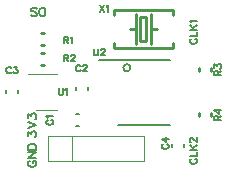
<source format=gto>
G04 Layer: TopSilkLayer*
G04 EasyEDA v6.4.7, 2021-01-18T10:53:27+01:00*
G04 59e0d5d531bc4477b05e4d448ace7ff7,8dc9eacff13444d6b60fd3cb587e6cd5,05*
G04 Gerber Generator version 0.2*
G04 Scale: 100 percent, Rotated: No, Reflected: No *
G04 Dimensions in inches *
G04 leading zeros omitted , absolute positions ,2 integer and 4 decimal *
%FSLAX24Y24*%
%MOIN*%
G90*
D02*

%ADD10C,0.010000*%
%ADD23C,0.004800*%
%ADD24C,0.005910*%
%ADD25C,0.004720*%
%ADD26C,0.005080*%
%ADD27C,0.006000*%
%ADD28C,0.007000*%

%LPD*%
G54D23*
G01X1570Y1164D02*
G01X2374Y1162D01*
G01X1563Y744D02*
G01X1560Y1164D01*
G01X1980Y327D02*
G01X2374Y327D01*
G54D24*
G01X3889Y1522D02*
G01X5622Y1522D01*
G01X3270Y3697D02*
G01X5622Y3697D01*
G54D25*
G01X1181Y2010D02*
G01X1874Y2010D01*
G01X1874Y3219D02*
G01X917Y3219D01*
G01X2374Y1162D02*
G01X2374Y327D01*
G01X4760Y327D01*
G01X4760Y1162D01*
G01X2374Y1162D01*
G01X1980Y327D02*
G01X1563Y327D01*
G01X1563Y744D01*
G54D10*
G01X5729Y5194D02*
G01X5729Y5355D01*
G01X3770Y5355D01*
G01X3770Y5194D01*
G01X3770Y4255D02*
G01X3770Y4094D01*
G01X5729Y4094D01*
G01X5729Y4255D01*
G01X4650Y5125D02*
G01X4650Y4325D01*
G01X4850Y4325D01*
G01X4850Y5125D01*
G01X4650Y5125D01*
G01X4500Y5225D02*
G01X4500Y4725D01*
G01X4500Y4225D01*
G01X5000Y5225D02*
G01X5000Y4725D01*
G01X5000Y4225D01*
G01X4500Y4725D02*
G01X4300Y4725D01*
G01X5000Y4725D02*
G01X5200Y4725D01*
G01X6600Y3425D02*
G01X6600Y3325D01*
G01X7000Y3425D02*
G01X7000Y3325D01*
G01X6600Y1925D02*
G01X6600Y1825D01*
G01X7000Y1925D02*
G01X7000Y1825D01*
G01X1350Y4175D02*
G01X1450Y4175D01*
G01X1350Y4575D02*
G01X1450Y4575D01*
G01X1350Y3525D02*
G01X1450Y3525D01*
G01X1350Y3925D02*
G01X1450Y3925D01*
G54D26*
G01X179Y2575D02*
G01X179Y2675D01*
G01X579Y2675D02*
G01X579Y2575D01*
G01X2900Y2775D02*
G01X2900Y2675D01*
G01X2500Y2675D02*
G01X2500Y2775D01*
G01X2600Y1475D02*
G01X2500Y1475D01*
G01X2500Y1875D02*
G01X2600Y1875D01*
G01X6100Y875D02*
G01X6100Y775D01*
G01X5700Y775D02*
G01X5700Y875D01*
G54D28*
G01X6347Y401D02*
G01X6323Y389D01*
G01X6299Y367D01*
G01X6288Y343D01*
G01X6288Y295D01*
G01X6299Y272D01*
G01X6323Y249D01*
G01X6347Y237D01*
G01X6382Y225D01*
G01X6440Y225D01*
G01X6476Y237D01*
G01X6500Y249D01*
G01X6524Y272D01*
G01X6536Y295D01*
G01X6536Y343D01*
G01X6524Y367D01*
G01X6500Y389D01*
G01X6476Y401D01*
G01X6288Y480D02*
G01X6536Y480D01*
G01X6536Y480D02*
G01X6536Y622D01*
G01X6288Y700D02*
G01X6536Y700D01*
G01X6288Y866D02*
G01X6452Y700D01*
G01X6394Y758D02*
G01X6536Y866D01*
G01X6347Y955D02*
G01X6335Y955D01*
G01X6311Y967D01*
G01X6299Y979D01*
G01X6288Y1002D01*
G01X6288Y1050D01*
G01X6299Y1074D01*
G01X6311Y1085D01*
G01X6335Y1097D01*
G01X6359Y1097D01*
G01X6382Y1085D01*
G01X6417Y1062D01*
G01X6536Y943D01*
G01X6536Y1108D01*
G01X6347Y4401D02*
G01X6323Y4389D01*
G01X6299Y4367D01*
G01X6288Y4343D01*
G01X6288Y4295D01*
G01X6299Y4272D01*
G01X6323Y4249D01*
G01X6347Y4237D01*
G01X6382Y4225D01*
G01X6440Y4225D01*
G01X6476Y4237D01*
G01X6500Y4249D01*
G01X6524Y4272D01*
G01X6536Y4295D01*
G01X6536Y4343D01*
G01X6524Y4367D01*
G01X6500Y4389D01*
G01X6476Y4401D01*
G01X6288Y4480D02*
G01X6536Y4480D01*
G01X6536Y4480D02*
G01X6536Y4622D01*
G01X6288Y4700D02*
G01X6536Y4700D01*
G01X6288Y4866D02*
G01X6452Y4700D01*
G01X6394Y4758D02*
G01X6536Y4866D01*
G01X6335Y4944D02*
G01X6323Y4967D01*
G01X6288Y5002D01*
G01X6536Y5002D01*
G01X965Y329D02*
G01X937Y315D01*
G01X910Y288D01*
G01X896Y260D01*
G01X896Y206D01*
G01X910Y179D01*
G01X937Y151D01*
G01X965Y138D01*
G01X1006Y124D01*
G01X1074Y124D01*
G01X1115Y138D01*
G01X1142Y151D01*
G01X1169Y179D01*
G01X1183Y206D01*
G01X1183Y260D01*
G01X1169Y288D01*
G01X1142Y315D01*
G01X1115Y329D01*
G01X1074Y329D01*
G01X1074Y260D02*
G01X1074Y329D01*
G01X896Y419D02*
G01X1183Y419D01*
G01X896Y419D02*
G01X1183Y610D01*
G01X896Y610D02*
G01X1183Y610D01*
G01X896Y700D02*
G01X1183Y700D01*
G01X896Y700D02*
G01X896Y795D01*
G01X910Y836D01*
G01X937Y863D01*
G01X965Y877D01*
G01X1006Y890D01*
G01X1074Y890D01*
G01X1115Y877D01*
G01X1142Y863D01*
G01X1169Y836D01*
G01X1183Y795D01*
G01X1183Y700D01*
G01X897Y1152D02*
G01X897Y1302D01*
G01X1006Y1220D01*
G01X1006Y1261D01*
G01X1019Y1288D01*
G01X1033Y1302D01*
G01X1074Y1315D01*
G01X1101Y1315D01*
G01X1142Y1302D01*
G01X1169Y1275D01*
G01X1183Y1234D01*
G01X1183Y1193D01*
G01X1169Y1152D01*
G01X1156Y1138D01*
G01X1128Y1125D01*
G01X897Y1405D02*
G01X1183Y1515D01*
G01X897Y1624D02*
G01X1183Y1515D01*
G01X897Y1741D02*
G01X897Y1891D01*
G01X1006Y1809D01*
G01X1006Y1850D01*
G01X1019Y1877D01*
G01X1033Y1891D01*
G01X1074Y1905D01*
G01X1101Y1905D01*
G01X1142Y1891D01*
G01X1169Y1864D01*
G01X1183Y1823D01*
G01X1183Y1782D01*
G01X1169Y1741D01*
G01X1156Y1727D01*
G01X1128Y1714D01*
G01X1190Y5386D02*
G01X1163Y5413D01*
G01X1122Y5427D01*
G01X1067Y5427D01*
G01X1026Y5413D01*
G01X999Y5386D01*
G01X999Y5359D01*
G01X1013Y5332D01*
G01X1026Y5318D01*
G01X1054Y5304D01*
G01X1135Y5277D01*
G01X1163Y5263D01*
G01X1176Y5250D01*
G01X1190Y5222D01*
G01X1190Y5182D01*
G01X1163Y5154D01*
G01X1122Y5141D01*
G01X1067Y5141D01*
G01X1026Y5154D01*
G01X999Y5182D01*
G01X1362Y5427D02*
G01X1321Y5413D01*
G01X1294Y5372D01*
G01X1280Y5304D01*
G01X1280Y5263D01*
G01X1294Y5195D01*
G01X1321Y5154D01*
G01X1362Y5141D01*
G01X1389Y5141D01*
G01X1430Y5154D01*
G01X1457Y5195D01*
G01X1471Y5263D01*
G01X1471Y5304D01*
G01X1457Y5372D01*
G01X1430Y5413D01*
G01X1389Y5427D01*
G01X1362Y5427D01*
G54D24*
G01X3300Y5513D02*
G01X3450Y5288D01*
G01X3450Y5513D02*
G01X3300Y5288D01*
G01X3521Y5469D02*
G01X3542Y5481D01*
G01X3575Y5513D01*
G01X3575Y5288D01*
G01X3099Y4062D02*
G01X3099Y3901D01*
G01X3110Y3869D01*
G01X3131Y3849D01*
G01X3164Y3837D01*
G01X3185Y3837D01*
G01X3217Y3849D01*
G01X3239Y3869D01*
G01X3250Y3901D01*
G01X3250Y4062D01*
G01X3331Y4010D02*
G01X3331Y4019D01*
G01X3342Y4042D01*
G01X3353Y4052D01*
G01X3374Y4062D01*
G01X3417Y4062D01*
G01X3438Y4052D01*
G01X3449Y4042D01*
G01X3460Y4019D01*
G01X3460Y3999D01*
G01X3449Y3976D01*
G01X3428Y3944D01*
G01X3320Y3837D01*
G01X3471Y3837D01*
G01X1925Y2738D02*
G01X1925Y2577D01*
G01X1936Y2545D01*
G01X1957Y2523D01*
G01X1988Y2512D01*
G01X2011Y2512D01*
G01X2042Y2523D01*
G01X2064Y2545D01*
G01X2075Y2577D01*
G01X2075Y2738D01*
G01X2146Y2695D02*
G01X2167Y2706D01*
G01X2200Y2738D01*
G01X2200Y2512D01*
G01X7112Y3175D02*
G01X7337Y3175D01*
G01X7112Y3175D02*
G01X7112Y3272D01*
G01X7122Y3304D01*
G01X7133Y3314D01*
G01X7154Y3325D01*
G01X7175Y3325D01*
G01X7198Y3314D01*
G01X7208Y3304D01*
G01X7219Y3272D01*
G01X7219Y3175D01*
G01X7219Y3250D02*
G01X7337Y3325D01*
G01X7112Y3418D02*
G01X7112Y3536D01*
G01X7198Y3470D01*
G01X7198Y3504D01*
G01X7208Y3525D01*
G01X7219Y3536D01*
G01X7250Y3545D01*
G01X7273Y3545D01*
G01X7304Y3536D01*
G01X7325Y3513D01*
G01X7337Y3481D01*
G01X7337Y3450D01*
G01X7325Y3418D01*
G01X7315Y3406D01*
G01X7294Y3395D01*
G01X7112Y1675D02*
G01X7337Y1675D01*
G01X7112Y1675D02*
G01X7112Y1772D01*
G01X7122Y1804D01*
G01X7133Y1814D01*
G01X7154Y1825D01*
G01X7175Y1825D01*
G01X7198Y1814D01*
G01X7208Y1804D01*
G01X7219Y1772D01*
G01X7219Y1675D01*
G01X7219Y1750D02*
G01X7337Y1825D01*
G01X7112Y2004D02*
G01X7262Y1895D01*
G01X7262Y2056D01*
G01X7112Y2004D02*
G01X7337Y2004D01*
G01X2100Y4463D02*
G01X2100Y4238D01*
G01X2100Y4463D02*
G01X2197Y4463D01*
G01X2228Y4452D01*
G01X2239Y4442D01*
G01X2250Y4419D01*
G01X2250Y4399D01*
G01X2239Y4376D01*
G01X2228Y4367D01*
G01X2197Y4356D01*
G01X2100Y4356D01*
G01X2175Y4356D02*
G01X2250Y4238D01*
G01X2321Y4419D02*
G01X2342Y4431D01*
G01X2375Y4463D01*
G01X2375Y4238D01*
G01X2100Y3862D02*
G01X2100Y3637D01*
G01X2100Y3862D02*
G01X2197Y3862D01*
G01X2228Y3852D01*
G01X2239Y3842D01*
G01X2250Y3819D01*
G01X2250Y3799D01*
G01X2239Y3776D01*
G01X2228Y3767D01*
G01X2197Y3756D01*
G01X2100Y3756D01*
G01X2175Y3756D02*
G01X2250Y3637D01*
G01X2332Y3810D02*
G01X2332Y3819D01*
G01X2342Y3842D01*
G01X2352Y3852D01*
G01X2375Y3862D01*
G01X2417Y3862D01*
G01X2438Y3852D01*
G01X2450Y3842D01*
G01X2461Y3819D01*
G01X2461Y3799D01*
G01X2450Y3776D01*
G01X2428Y3744D01*
G01X2321Y3637D01*
G01X2471Y3637D01*
G01X340Y3410D02*
G01X329Y3431D01*
G01X309Y3452D01*
G01X287Y3462D01*
G01X244Y3462D01*
G01X223Y3452D01*
G01X200Y3431D01*
G01X190Y3410D01*
G01X179Y3376D01*
G01X179Y3324D01*
G01X190Y3292D01*
G01X200Y3269D01*
G01X223Y3249D01*
G01X244Y3237D01*
G01X287Y3237D01*
G01X309Y3249D01*
G01X329Y3269D01*
G01X340Y3292D01*
G01X433Y3462D02*
G01X550Y3462D01*
G01X487Y3376D01*
G01X519Y3376D01*
G01X540Y3367D01*
G01X550Y3356D01*
G01X562Y3324D01*
G01X562Y3301D01*
G01X550Y3269D01*
G01X529Y3249D01*
G01X498Y3237D01*
G01X465Y3237D01*
G01X433Y3249D01*
G01X423Y3258D01*
G01X412Y3281D01*
G01X2661Y3480D02*
G01X2650Y3500D01*
G01X2628Y3523D01*
G01X2607Y3532D01*
G01X2563Y3532D01*
G01X2542Y3523D01*
G01X2521Y3500D01*
G01X2511Y3480D01*
G01X2500Y3447D01*
G01X2500Y3394D01*
G01X2511Y3362D01*
G01X2521Y3339D01*
G01X2542Y3319D01*
G01X2563Y3307D01*
G01X2607Y3307D01*
G01X2628Y3319D01*
G01X2650Y3339D01*
G01X2661Y3362D01*
G01X2742Y3480D02*
G01X2742Y3489D01*
G01X2752Y3512D01*
G01X2763Y3523D01*
G01X2786Y3532D01*
G01X2828Y3532D01*
G01X2850Y3523D01*
G01X2861Y3512D01*
G01X2871Y3489D01*
G01X2871Y3469D01*
G01X2861Y3447D01*
G01X2838Y3414D01*
G01X2732Y3307D01*
G01X2882Y3307D01*
G01X1564Y1686D02*
G01X1544Y1675D01*
G01X1522Y1654D01*
G01X1512Y1631D01*
G01X1512Y1588D01*
G01X1522Y1568D01*
G01X1544Y1545D01*
G01X1564Y1536D01*
G01X1598Y1525D01*
G01X1650Y1525D01*
G01X1683Y1536D01*
G01X1704Y1545D01*
G01X1725Y1568D01*
G01X1737Y1588D01*
G01X1737Y1631D01*
G01X1725Y1654D01*
G01X1704Y1675D01*
G01X1683Y1686D01*
G01X1554Y1756D02*
G01X1544Y1777D01*
G01X1512Y1811D01*
G01X1737Y1811D01*
G01X5414Y886D02*
G01X5394Y875D01*
G01X5372Y854D01*
G01X5362Y831D01*
G01X5362Y788D01*
G01X5372Y768D01*
G01X5394Y745D01*
G01X5414Y736D01*
G01X5448Y725D01*
G01X5500Y725D01*
G01X5533Y736D01*
G01X5554Y745D01*
G01X5575Y768D01*
G01X5587Y788D01*
G01X5587Y831D01*
G01X5575Y854D01*
G01X5554Y875D01*
G01X5533Y886D01*
G01X5362Y1063D02*
G01X5512Y956D01*
G01X5512Y1118D01*
G01X5362Y1063D02*
G01X5587Y1063D01*
G54D27*
G75*
G01X4320Y3425D02*
G03X4320Y3425I-120J0D01*
G01*
M00*
M02*

</source>
